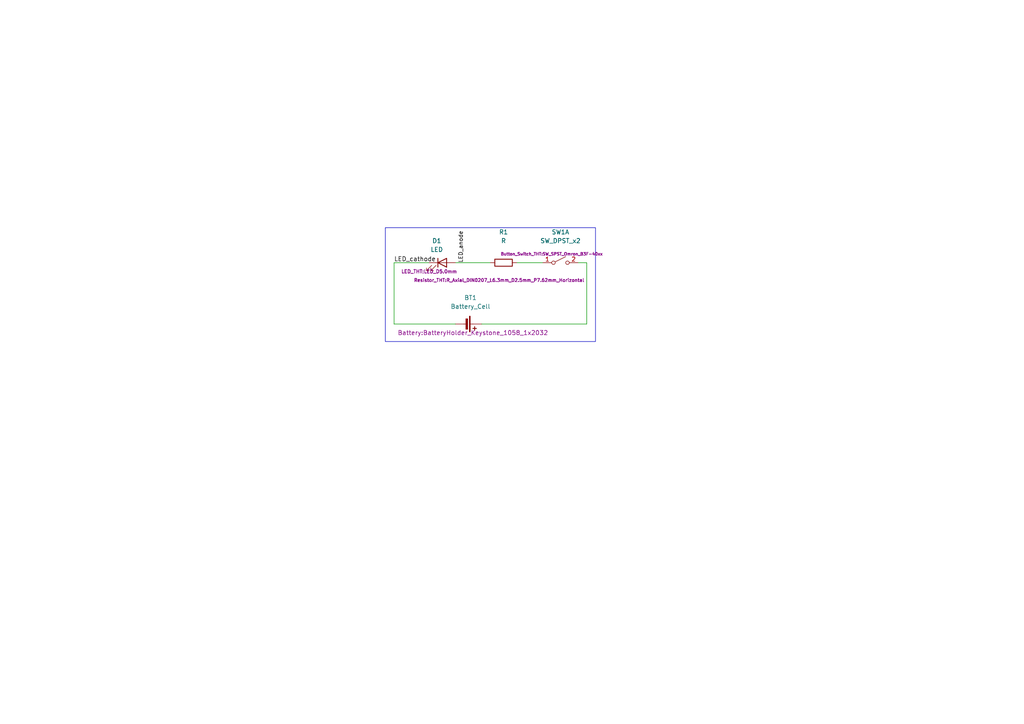
<source format=kicad_sch>
(kicad_sch
	(version 20250114)
	(generator "eeschema")
	(generator_version "9.0")
	(uuid "633b578f-3ea5-4b01-b8e9-961eb8054678")
	(paper "A4")
	(title_block
		(title "Project1 | Led Torch")
		(date "2026-01-25")
		(rev "1")
		(company "tech")
	)
	(lib_symbols
		(symbol "Device:Battery_Cell"
			(pin_numbers
				(hide yes)
			)
			(pin_names
				(offset 0)
				(hide yes)
			)
			(exclude_from_sim no)
			(in_bom yes)
			(on_board yes)
			(property "Reference" "BT"
				(at 2.54 2.54 0)
				(effects
					(font
						(size 1.27 1.27)
					)
					(justify left)
				)
			)
			(property "Value" "Battery_Cell"
				(at 2.54 0 0)
				(effects
					(font
						(size 1.27 1.27)
					)
					(justify left)
				)
			)
			(property "Footprint" ""
				(at 0 1.524 90)
				(effects
					(font
						(size 1.27 1.27)
					)
					(hide yes)
				)
			)
			(property "Datasheet" "~"
				(at 0 1.524 90)
				(effects
					(font
						(size 1.27 1.27)
					)
					(hide yes)
				)
			)
			(property "Description" "Single-cell battery"
				(at 0 0 0)
				(effects
					(font
						(size 1.27 1.27)
					)
					(hide yes)
				)
			)
			(property "Sim.Device" "V"
				(at 0 0 0)
				(effects
					(font
						(size 1.27 1.27)
					)
					(hide yes)
				)
			)
			(property "Sim.Type" "DC"
				(at 0 0 0)
				(effects
					(font
						(size 1.27 1.27)
					)
					(hide yes)
				)
			)
			(property "Sim.Pins" "1=+ 2=-"
				(at 0 0 0)
				(effects
					(font
						(size 1.27 1.27)
					)
					(hide yes)
				)
			)
			(property "ki_keywords" "battery cell"
				(at 0 0 0)
				(effects
					(font
						(size 1.27 1.27)
					)
					(hide yes)
				)
			)
			(symbol "Battery_Cell_0_1"
				(rectangle
					(start -2.286 1.778)
					(end 2.286 1.524)
					(stroke
						(width 0)
						(type default)
					)
					(fill
						(type outline)
					)
				)
				(rectangle
					(start -1.524 1.016)
					(end 1.524 0.508)
					(stroke
						(width 0)
						(type default)
					)
					(fill
						(type outline)
					)
				)
				(polyline
					(pts
						(xy 0 1.778) (xy 0 2.54)
					)
					(stroke
						(width 0)
						(type default)
					)
					(fill
						(type none)
					)
				)
				(polyline
					(pts
						(xy 0 0.762) (xy 0 0)
					)
					(stroke
						(width 0)
						(type default)
					)
					(fill
						(type none)
					)
				)
				(polyline
					(pts
						(xy 0.762 3.048) (xy 1.778 3.048)
					)
					(stroke
						(width 0.254)
						(type default)
					)
					(fill
						(type none)
					)
				)
				(polyline
					(pts
						(xy 1.27 3.556) (xy 1.27 2.54)
					)
					(stroke
						(width 0.254)
						(type default)
					)
					(fill
						(type none)
					)
				)
			)
			(symbol "Battery_Cell_1_1"
				(pin passive line
					(at 0 5.08 270)
					(length 2.54)
					(name "+"
						(effects
							(font
								(size 1.27 1.27)
							)
						)
					)
					(number "1"
						(effects
							(font
								(size 1.27 1.27)
							)
						)
					)
				)
				(pin passive line
					(at 0 -2.54 90)
					(length 2.54)
					(name "-"
						(effects
							(font
								(size 1.27 1.27)
							)
						)
					)
					(number "2"
						(effects
							(font
								(size 1.27 1.27)
							)
						)
					)
				)
			)
			(embedded_fonts no)
		)
		(symbol "Device:LED"
			(pin_numbers
				(hide yes)
			)
			(pin_names
				(offset 1.016)
				(hide yes)
			)
			(exclude_from_sim no)
			(in_bom yes)
			(on_board yes)
			(property "Reference" "D"
				(at 0 2.54 0)
				(effects
					(font
						(size 1.27 1.27)
					)
				)
			)
			(property "Value" "LED"
				(at 0 -2.54 0)
				(effects
					(font
						(size 1.27 1.27)
					)
				)
			)
			(property "Footprint" ""
				(at 0 0 0)
				(effects
					(font
						(size 1.27 1.27)
					)
					(hide yes)
				)
			)
			(property "Datasheet" "~"
				(at 0 0 0)
				(effects
					(font
						(size 1.27 1.27)
					)
					(hide yes)
				)
			)
			(property "Description" "Light emitting diode"
				(at 0 0 0)
				(effects
					(font
						(size 1.27 1.27)
					)
					(hide yes)
				)
			)
			(property "Sim.Pins" "1=K 2=A"
				(at 0 0 0)
				(effects
					(font
						(size 1.27 1.27)
					)
					(hide yes)
				)
			)
			(property "ki_keywords" "LED diode"
				(at 0 0 0)
				(effects
					(font
						(size 1.27 1.27)
					)
					(hide yes)
				)
			)
			(property "ki_fp_filters" "LED* LED_SMD:* LED_THT:*"
				(at 0 0 0)
				(effects
					(font
						(size 1.27 1.27)
					)
					(hide yes)
				)
			)
			(symbol "LED_0_1"
				(polyline
					(pts
						(xy -3.048 -0.762) (xy -4.572 -2.286) (xy -3.81 -2.286) (xy -4.572 -2.286) (xy -4.572 -1.524)
					)
					(stroke
						(width 0)
						(type default)
					)
					(fill
						(type none)
					)
				)
				(polyline
					(pts
						(xy -1.778 -0.762) (xy -3.302 -2.286) (xy -2.54 -2.286) (xy -3.302 -2.286) (xy -3.302 -1.524)
					)
					(stroke
						(width 0)
						(type default)
					)
					(fill
						(type none)
					)
				)
				(polyline
					(pts
						(xy -1.27 0) (xy 1.27 0)
					)
					(stroke
						(width 0)
						(type default)
					)
					(fill
						(type none)
					)
				)
				(polyline
					(pts
						(xy -1.27 -1.27) (xy -1.27 1.27)
					)
					(stroke
						(width 0.254)
						(type default)
					)
					(fill
						(type none)
					)
				)
				(polyline
					(pts
						(xy 1.27 -1.27) (xy 1.27 1.27) (xy -1.27 0) (xy 1.27 -1.27)
					)
					(stroke
						(width 0.254)
						(type default)
					)
					(fill
						(type none)
					)
				)
			)
			(symbol "LED_1_1"
				(pin passive line
					(at -3.81 0 0)
					(length 2.54)
					(name "K"
						(effects
							(font
								(size 1.27 1.27)
							)
						)
					)
					(number "1"
						(effects
							(font
								(size 1.27 1.27)
							)
						)
					)
				)
				(pin passive line
					(at 3.81 0 180)
					(length 2.54)
					(name "A"
						(effects
							(font
								(size 1.27 1.27)
							)
						)
					)
					(number "2"
						(effects
							(font
								(size 1.27 1.27)
							)
						)
					)
				)
			)
			(embedded_fonts no)
		)
		(symbol "Device:R"
			(pin_numbers
				(hide yes)
			)
			(pin_names
				(offset 0)
			)
			(exclude_from_sim no)
			(in_bom yes)
			(on_board yes)
			(property "Reference" "R"
				(at 2.032 0 90)
				(effects
					(font
						(size 1.27 1.27)
					)
				)
			)
			(property "Value" "R"
				(at 0 0 90)
				(effects
					(font
						(size 1.27 1.27)
					)
				)
			)
			(property "Footprint" ""
				(at -1.778 0 90)
				(effects
					(font
						(size 1.27 1.27)
					)
					(hide yes)
				)
			)
			(property "Datasheet" "~"
				(at 0 0 0)
				(effects
					(font
						(size 1.27 1.27)
					)
					(hide yes)
				)
			)
			(property "Description" "Resistor"
				(at 0 0 0)
				(effects
					(font
						(size 1.27 1.27)
					)
					(hide yes)
				)
			)
			(property "ki_keywords" "R res resistor"
				(at 0 0 0)
				(effects
					(font
						(size 1.27 1.27)
					)
					(hide yes)
				)
			)
			(property "ki_fp_filters" "R_*"
				(at 0 0 0)
				(effects
					(font
						(size 1.27 1.27)
					)
					(hide yes)
				)
			)
			(symbol "R_0_1"
				(rectangle
					(start -1.016 -2.54)
					(end 1.016 2.54)
					(stroke
						(width 0.254)
						(type default)
					)
					(fill
						(type none)
					)
				)
			)
			(symbol "R_1_1"
				(pin passive line
					(at 0 3.81 270)
					(length 1.27)
					(name "~"
						(effects
							(font
								(size 1.27 1.27)
							)
						)
					)
					(number "1"
						(effects
							(font
								(size 1.27 1.27)
							)
						)
					)
				)
				(pin passive line
					(at 0 -3.81 90)
					(length 1.27)
					(name "~"
						(effects
							(font
								(size 1.27 1.27)
							)
						)
					)
					(number "2"
						(effects
							(font
								(size 1.27 1.27)
							)
						)
					)
				)
			)
			(embedded_fonts no)
		)
		(symbol "Switch:SW_DPST_x2"
			(pin_names
				(offset 0)
				(hide yes)
			)
			(exclude_from_sim no)
			(in_bom yes)
			(on_board yes)
			(property "Reference" "SW"
				(at 0 3.175 0)
				(effects
					(font
						(size 1.27 1.27)
					)
				)
			)
			(property "Value" "SW_DPST_x2"
				(at 0 -2.54 0)
				(effects
					(font
						(size 1.27 1.27)
					)
				)
			)
			(property "Footprint" ""
				(at 0 0 0)
				(effects
					(font
						(size 1.27 1.27)
					)
					(hide yes)
				)
			)
			(property "Datasheet" "~"
				(at 0 0 0)
				(effects
					(font
						(size 1.27 1.27)
					)
					(hide yes)
				)
			)
			(property "Description" "Single Pole Single Throw (SPST) switch, separate symbol"
				(at 0 0 0)
				(effects
					(font
						(size 1.27 1.27)
					)
					(hide yes)
				)
			)
			(property "ki_keywords" "switch lever"
				(at 0 0 0)
				(effects
					(font
						(size 1.27 1.27)
					)
					(hide yes)
				)
			)
			(symbol "SW_DPST_x2_0_0"
				(circle
					(center -2.032 0)
					(radius 0.508)
					(stroke
						(width 0)
						(type default)
					)
					(fill
						(type none)
					)
				)
				(polyline
					(pts
						(xy -1.524 0.254) (xy 1.524 1.778)
					)
					(stroke
						(width 0)
						(type default)
					)
					(fill
						(type none)
					)
				)
				(circle
					(center 2.032 0)
					(radius 0.508)
					(stroke
						(width 0)
						(type default)
					)
					(fill
						(type none)
					)
				)
			)
			(symbol "SW_DPST_x2_1_1"
				(pin passive line
					(at -5.08 0 0)
					(length 2.54)
					(name "A"
						(effects
							(font
								(size 1.27 1.27)
							)
						)
					)
					(number "1"
						(effects
							(font
								(size 1.27 1.27)
							)
						)
					)
				)
				(pin passive line
					(at 5.08 0 180)
					(length 2.54)
					(name "B"
						(effects
							(font
								(size 1.27 1.27)
							)
						)
					)
					(number "2"
						(effects
							(font
								(size 1.27 1.27)
							)
						)
					)
				)
			)
			(symbol "SW_DPST_x2_2_1"
				(pin passive line
					(at -5.08 0 0)
					(length 2.54)
					(name "A"
						(effects
							(font
								(size 1.27 1.27)
							)
						)
					)
					(number "3"
						(effects
							(font
								(size 1.27 1.27)
							)
						)
					)
				)
				(pin passive line
					(at 5.08 0 180)
					(length 2.54)
					(name "B"
						(effects
							(font
								(size 1.27 1.27)
							)
						)
					)
					(number "4"
						(effects
							(font
								(size 1.27 1.27)
							)
						)
					)
				)
			)
			(embedded_fonts no)
		)
	)
	(text_box ""
		(exclude_from_sim no)
		(at 111.76 66.04 0)
		(size 60.96 33.02)
		(margins 0.9525 0.9525 0.9525 0.9525)
		(stroke
			(width 0)
			(type solid)
		)
		(fill
			(type none)
		)
		(effects
			(font
				(size 1.27 1.27)
			)
			(justify left top)
		)
		(uuid "63d2898a-58c5-4c39-b963-a47c1593be53")
	)
	(wire
		(pts
			(xy 114.3 93.98) (xy 132.08 93.98)
		)
		(stroke
			(width 0)
			(type default)
		)
		(uuid "2c08b210-22e2-453c-aa91-fc9363b6567d")
	)
	(wire
		(pts
			(xy 124.46 76.2) (xy 114.3 76.2)
		)
		(stroke
			(width 0)
			(type default)
		)
		(uuid "38212ce8-ce88-4b99-b1ed-d6896eddc22f")
	)
	(wire
		(pts
			(xy 139.7 93.98) (xy 170.18 93.98)
		)
		(stroke
			(width 0)
			(type default)
		)
		(uuid "5dd1723a-4a1e-4ad3-bb53-0afc2f9cc99b")
	)
	(wire
		(pts
			(xy 114.3 76.2) (xy 114.3 93.98)
		)
		(stroke
			(width 0)
			(type default)
		)
		(uuid "7d0bae5b-11d0-4e56-b1ea-a12713a4c9e2")
	)
	(wire
		(pts
			(xy 149.86 76.2) (xy 157.48 76.2)
		)
		(stroke
			(width 0)
			(type default)
		)
		(uuid "8d5da8b6-1525-4354-9887-865827f32c05")
	)
	(wire
		(pts
			(xy 170.18 76.2) (xy 167.64 76.2)
		)
		(stroke
			(width 0)
			(type default)
		)
		(uuid "8faf0d55-fe8f-4c2e-a132-5c42f66219cf")
	)
	(wire
		(pts
			(xy 170.18 93.98) (xy 170.18 76.2)
		)
		(stroke
			(width 0)
			(type default)
		)
		(uuid "9548e273-a8c6-4a65-8a31-2db4a1ddf22b")
	)
	(wire
		(pts
			(xy 132.08 76.2) (xy 142.24 76.2)
		)
		(stroke
			(width 0)
			(type default)
		)
		(uuid "c0a7b037-8a25-4842-a52d-30ba134f8452")
	)
	(label ""
		(at 142.24 93.98 0)
		(effects
			(font
				(size 1.27 1.27)
			)
			(justify left bottom)
		)
		(uuid "60d4cc6b-26a1-460a-987d-4b021d5315d7")
	)
	(label "LED_anode"
		(at 134.62 76.2 90)
		(effects
			(font
				(size 1.15 1.15)
			)
			(justify left bottom)
		)
		(uuid "ad0587a1-67c7-4244-85d5-fdd3f218a1a2")
	)
	(label "LED_cathode"
		(at 114.3 76.2 0)
		(effects
			(font
				(size 1.27 1.27)
			)
			(justify left bottom)
		)
		(uuid "f577f5e1-16a6-408e-bea3-c4920271bc61")
	)
	(symbol
		(lib_id "Device:R")
		(at 146.05 76.2 90)
		(unit 1)
		(exclude_from_sim no)
		(in_bom yes)
		(on_board yes)
		(dnp no)
		(uuid "107a7dac-ed6c-49a9-9ce0-2a3e55743ad0")
		(property "Reference" "R1"
			(at 146.05 67.31 90)
			(effects
				(font
					(size 1.27 1.27)
				)
			)
		)
		(property "Value" "R"
			(at 146.05 69.85 90)
			(effects
				(font
					(size 1.27 1.27)
				)
			)
		)
		(property "Footprint" "Resistor_THT:R_Axial_DIN0207_L6.3mm_D2.5mm_P7.62mm_Horizontal"
			(at 144.78 81.28 90)
			(effects
				(font
					(size 0.95 0.95)
				)
			)
		)
		(property "Datasheet" "~"
			(at 146.05 76.2 0)
			(effects
				(font
					(size 1.27 1.27)
				)
				(hide yes)
			)
		)
		(property "Description" "Resistor"
			(at 146.05 76.2 0)
			(effects
				(font
					(size 1.27 1.27)
				)
				(hide yes)
			)
		)
		(pin "1"
			(uuid "058b43af-f96e-408c-a096-e194ff14a134")
		)
		(pin "2"
			(uuid "22b6d978-40ca-49d1-a6da-8c310ccdc05c")
		)
		(instances
			(project ""
				(path "/633b578f-3ea5-4b01-b8e9-961eb8054678"
					(reference "R1")
					(unit 1)
				)
			)
		)
	)
	(symbol
		(lib_id "Device:LED")
		(at 128.27 76.2 0)
		(unit 1)
		(exclude_from_sim no)
		(in_bom yes)
		(on_board yes)
		(dnp no)
		(uuid "21f06b1a-00ee-45e0-9f7d-2b7dc906f7db")
		(property "Reference" "D1"
			(at 126.6825 69.85 0)
			(effects
				(font
					(size 1.27 1.27)
				)
			)
		)
		(property "Value" "LED"
			(at 126.6825 72.39 0)
			(effects
				(font
					(size 1.27 1.27)
				)
			)
		)
		(property "Footprint" "LED_THT:LED_D5.0mm"
			(at 124.46 78.74 0)
			(effects
				(font
					(size 1 1)
				)
			)
		)
		(property "Datasheet" "~"
			(at 128.27 76.2 0)
			(effects
				(font
					(size 1.27 1.27)
				)
				(hide yes)
			)
		)
		(property "Description" "Light emitting diode"
			(at 128.27 76.2 0)
			(effects
				(font
					(size 1.27 1.27)
				)
				(hide yes)
			)
		)
		(property "Sim.Pins" "1=K 2=A"
			(at 128.27 76.2 0)
			(effects
				(font
					(size 1.27 1.27)
				)
				(hide yes)
			)
		)
		(pin "1"
			(uuid "34f91992-a236-4bef-b334-6a59d4b16eab")
		)
		(pin "2"
			(uuid "3a18c4a8-3404-4019-9ba1-8334b0633408")
		)
		(instances
			(project ""
				(path "/633b578f-3ea5-4b01-b8e9-961eb8054678"
					(reference "D1")
					(unit 1)
				)
			)
		)
	)
	(symbol
		(lib_id "Device:Battery_Cell")
		(at 134.62 93.98 270)
		(unit 1)
		(exclude_from_sim no)
		(in_bom yes)
		(on_board yes)
		(dnp no)
		(uuid "47f3c393-0344-4f09-9395-19e682bd2cc8")
		(property "Reference" "BT1"
			(at 136.4615 86.36 90)
			(effects
				(font
					(size 1.27 1.27)
				)
			)
		)
		(property "Value" "Battery_Cell"
			(at 136.4615 88.9 90)
			(effects
				(font
					(size 1.27 1.27)
				)
			)
		)
		(property "Footprint" "Battery:BatteryHolder_Keystone_1058_1x2032"
			(at 137.16 96.52 90)
			(effects
				(font
					(size 1.27 1.27)
				)
			)
		)
		(property "Datasheet" "~"
			(at 136.144 93.98 90)
			(effects
				(font
					(size 1.27 1.27)
				)
				(hide yes)
			)
		)
		(property "Description" "Single-cell battery"
			(at 134.62 93.98 0)
			(effects
				(font
					(size 1.27 1.27)
				)
				(hide yes)
			)
		)
		(property "Sim.Device" "V"
			(at 134.62 93.98 0)
			(effects
				(font
					(size 1.27 1.27)
				)
				(hide yes)
			)
		)
		(property "Sim.Type" "DC"
			(at 134.62 93.98 0)
			(effects
				(font
					(size 1.27 1.27)
				)
				(hide yes)
			)
		)
		(property "Sim.Pins" "1=+ 2=-"
			(at 134.62 93.98 0)
			(effects
				(font
					(size 1.27 1.27)
				)
				(hide yes)
			)
		)
		(pin "2"
			(uuid "05141566-0843-4be0-b9b0-ffd1e70cb05e")
		)
		(pin "1"
			(uuid "6c3fe541-00e8-4093-8a16-176b441f439b")
		)
		(instances
			(project ""
				(path "/633b578f-3ea5-4b01-b8e9-961eb8054678"
					(reference "BT1")
					(unit 1)
				)
			)
		)
	)
	(symbol
		(lib_id "Switch:SW_DPST_x2")
		(at 162.56 76.2 0)
		(unit 1)
		(exclude_from_sim no)
		(in_bom yes)
		(on_board yes)
		(dnp no)
		(uuid "ddcfe726-3fbc-4b5e-b0b7-5e152b2b4970")
		(property "Reference" "SW1"
			(at 162.56 67.31 0)
			(effects
				(font
					(size 1.27 1.27)
				)
			)
		)
		(property "Value" "SW_DPST_x2"
			(at 162.56 69.85 0)
			(effects
				(font
					(size 1.27 1.27)
				)
			)
		)
		(property "Footprint" "Button_Switch_THT:SW_SPST_Omron_B3F-40xx"
			(at 160.02 73.66 0)
			(effects
				(font
					(size 0.85 0.85)
				)
			)
		)
		(property "Datasheet" "~"
			(at 162.56 76.2 0)
			(effects
				(font
					(size 1.27 1.27)
				)
				(hide yes)
			)
		)
		(property "Description" "Single Pole Single Throw (SPST) switch, separate symbol"
			(at 162.56 76.2 0)
			(effects
				(font
					(size 1.27 1.27)
				)
				(hide yes)
			)
		)
		(pin "4"
			(uuid "8f222d28-349f-4517-bea1-a487b9a1ccce")
		)
		(pin "3"
			(uuid "bc90f1df-c8a0-4958-b2d3-98fe29d7f824")
		)
		(pin "2"
			(uuid "c74fb2ce-9634-4a09-ba7f-7b027a2e10cd")
		)
		(pin "1"
			(uuid "25869d8b-d557-4335-8d9b-4cb9a36ddca8")
		)
		(instances
			(project ""
				(path "/633b578f-3ea5-4b01-b8e9-961eb8054678"
					(reference "SW1")
					(unit 1)
				)
			)
		)
	)
	(sheet_instances
		(path "/"
			(page "1")
		)
	)
	(embedded_fonts no)
)

</source>
